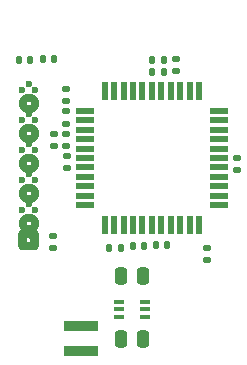
<source format=gbr>
%TF.GenerationSoftware,KiCad,Pcbnew,8.0.8-8.0.8-0~ubuntu22.04.1*%
%TF.CreationDate,2025-02-17T16:41:44+01:00*%
%TF.ProjectId,HB_Stamp_IO_ATMega1284P_FUEL4EP,48425f53-7461-46d7-905f-494f5f41544d,1.5*%
%TF.SameCoordinates,Original*%
%TF.FileFunction,Paste,Top*%
%TF.FilePolarity,Positive*%
%FSLAX46Y46*%
G04 Gerber Fmt 4.6, Leading zero omitted, Abs format (unit mm)*
G04 Created by KiCad (PCBNEW 8.0.8-8.0.8-0~ubuntu22.04.1) date 2025-02-17 16:41:44*
%MOMM*%
%LPD*%
G01*
G04 APERTURE LIST*
G04 Aperture macros list*
%AMRoundRect*
0 Rectangle with rounded corners*
0 $1 Rounding radius*
0 $2 $3 $4 $5 $6 $7 $8 $9 X,Y pos of 4 corners*
0 Add a 4 corners polygon primitive as box body*
4,1,4,$2,$3,$4,$5,$6,$7,$8,$9,$2,$3,0*
0 Add four circle primitives for the rounded corners*
1,1,$1+$1,$2,$3*
1,1,$1+$1,$4,$5*
1,1,$1+$1,$6,$7*
1,1,$1+$1,$8,$9*
0 Add four rect primitives between the rounded corners*
20,1,$1+$1,$2,$3,$4,$5,0*
20,1,$1+$1,$4,$5,$6,$7,0*
20,1,$1+$1,$6,$7,$8,$9,0*
20,1,$1+$1,$8,$9,$2,$3,0*%
%AMFreePoly0*
4,1,48,0.039158,0.847433,0.114805,0.827164,0.182628,0.788006,0.238006,0.732628,0.277164,0.664805,0.297433,0.589158,0.300000,0.550000,0.300000,-0.550000,0.297433,-0.589158,0.277164,-0.664805,0.238006,-0.732628,0.182628,-0.788006,0.114805,-0.827164,0.039158,-0.847433,0.000000,-0.850000,-1.100000,-0.850000,-1.139158,-0.847433,-1.214805,-0.827164,-1.282628,-0.788006,-1.338006,-0.732628,
-1.377164,-0.664805,-1.397433,-0.589158,-1.400000,-0.550000,-1.400000,0.000000,-0.705291,0.000000,-0.684486,-0.077646,-0.627646,-0.134486,-0.550000,-0.155291,-0.472354,-0.134486,-0.415514,-0.077646,-0.394709,0.000000,-0.415514,0.077645,-0.472354,0.134486,-0.550000,0.155291,-0.627645,0.134486,-0.684486,0.077645,-0.705291,0.000000,-1.400000,0.000000,-1.400000,0.550000,-1.397433,0.589158,
-1.377164,0.664805,-1.338006,0.732628,-1.282628,0.788006,-1.214805,0.827164,-1.139158,0.847433,-1.100000,0.850000,0.000000,0.850000,0.039158,0.847433,0.039158,0.847433,$1*%
%AMFreePoly1*
4,1,49,0.052363,0.295344,0.088849,0.295344,0.262664,0.258398,0.425000,0.186122,0.568761,0.081673,0.687664,-0.050383,0.776514,-0.204274,0.831425,-0.373275,0.850000,-0.550000,0.831425,-0.726725,0.776514,-0.895726,0.687664,-1.049617,0.568761,-1.181673,0.425000,-1.286122,0.262664,-1.358398,0.088849,-1.395344,-0.088849,-1.395344,-0.262664,-1.358398,-0.425000,-1.286122,-0.568761,-1.181673,
-0.687664,-1.049617,-0.776514,-0.895726,-0.831425,-0.726725,-0.850000,-0.550000,-0.155291,-0.550000,-0.134486,-0.627646,-0.077646,-0.684486,0.000000,-0.705291,0.077646,-0.684486,0.134486,-0.627646,0.155291,-0.550000,0.134486,-0.472355,0.077646,-0.415514,0.000000,-0.394709,-0.077645,-0.415514,-0.134486,-0.472355,-0.155291,-0.550000,-0.850000,-0.550000,-0.831425,-0.373275,-0.776514,-0.204274,
-0.687664,-0.050383,-0.568761,0.081673,-0.425000,0.186122,-0.262664,0.258398,-0.088849,0.295344,-0.052363,0.295344,-0.052094,0.295442,0.052094,0.295442,0.052363,0.295344,0.052363,0.295344,$1*%
G04 Aperture macros list end*
%ADD10RoundRect,0.147500X-0.172500X0.147500X-0.172500X-0.147500X0.172500X-0.147500X0.172500X0.147500X0*%
%ADD11RoundRect,0.140000X0.170000X-0.140000X0.170000X0.140000X-0.170000X0.140000X-0.170000X-0.140000X0*%
%ADD12RoundRect,0.135000X0.185000X-0.135000X0.185000X0.135000X-0.185000X0.135000X-0.185000X-0.135000X0*%
%ADD13RoundRect,0.140000X-0.140000X-0.170000X0.140000X-0.170000X0.140000X0.170000X-0.140000X0.170000X0*%
%ADD14RoundRect,0.135000X-0.135000X-0.185000X0.135000X-0.185000X0.135000X0.185000X-0.135000X0.185000X0*%
%ADD15RoundRect,0.250000X-0.250000X-0.475000X0.250000X-0.475000X0.250000X0.475000X-0.250000X0.475000X0*%
%ADD16RoundRect,0.140000X0.140000X0.170000X-0.140000X0.170000X-0.140000X-0.170000X0.140000X-0.170000X0*%
%ADD17R,3.000000X0.900000*%
%ADD18RoundRect,0.100000X0.350000X0.100000X-0.350000X0.100000X-0.350000X-0.100000X0.350000X-0.100000X0*%
%ADD19R,0.550000X1.500000*%
%ADD20R,1.500000X0.550000*%
%ADD21C,0.600000*%
%ADD22FreePoly0,180.000000*%
%ADD23FreePoly1,180.000000*%
%ADD24RoundRect,0.140000X-0.170000X0.140000X-0.170000X-0.140000X0.170000X-0.140000X0.170000X0.140000X0*%
%ADD25RoundRect,0.135000X-0.185000X0.135000X-0.185000X-0.135000X0.185000X-0.135000X0.185000X0.135000X0*%
%ADD26RoundRect,0.147500X0.147500X0.172500X-0.147500X0.172500X-0.147500X-0.172500X0.147500X-0.172500X0*%
G04 APERTURE END LIST*
D10*
%TO.C,D1*%
X4953000Y23980000D03*
X4953000Y23010000D03*
%TD*%
D11*
%TO.C,C1*%
X3810000Y10569000D03*
X3810000Y11529000D03*
%TD*%
D12*
%TO.C,R4*%
X4951000Y21080000D03*
X4951000Y22100000D03*
%TD*%
%TO.C,R1*%
X14224000Y25525000D03*
X14224000Y26545000D03*
%TD*%
D13*
%TO.C,C2*%
X12506000Y10829000D03*
X13466000Y10829000D03*
%TD*%
D11*
%TO.C,C4*%
X19429000Y17173000D03*
X19429000Y18133000D03*
%TD*%
D13*
%TO.C,C6*%
X12220000Y25400000D03*
X13180000Y25400000D03*
%TD*%
%TO.C,C8*%
X10601000Y10702000D03*
X11561000Y10702000D03*
%TD*%
D14*
%TO.C,R2*%
X8583200Y10515600D03*
X9603200Y10515600D03*
%TD*%
D15*
%TO.C,C5*%
X9575000Y2810000D03*
X11475000Y2810000D03*
%TD*%
D11*
%TO.C,C11*%
X4953000Y19205000D03*
X4953000Y20165000D03*
%TD*%
%TO.C,C12*%
X3937000Y19205000D03*
X3937000Y20165000D03*
%TD*%
D16*
%TO.C,C13*%
X3909000Y26543000D03*
X2949000Y26543000D03*
%TD*%
D17*
%TO.C,L1*%
X6207000Y1821000D03*
X6207000Y3921000D03*
%TD*%
D18*
%TO.C,U2*%
X11625000Y4700000D03*
X11625000Y5350000D03*
X11625000Y6000000D03*
X9425000Y6000000D03*
X9425000Y5350000D03*
X9425000Y4700000D03*
%TD*%
D15*
%TO.C,C9*%
X9575000Y8144000D03*
X11475000Y8144000D03*
%TD*%
D19*
%TO.C,U1*%
X16190000Y23861000D03*
X15390000Y23861000D03*
X14590000Y23861000D03*
X13790000Y23861000D03*
X12990000Y23861000D03*
X12190000Y23861000D03*
X11390000Y23861000D03*
X10590000Y23861000D03*
X9790000Y23861000D03*
X8990000Y23861000D03*
X8190000Y23861000D03*
D20*
X6490000Y22161000D03*
X6490000Y21361000D03*
X6490000Y20561000D03*
X6490000Y19761000D03*
X6490000Y18961000D03*
X6490000Y18161000D03*
X6490000Y17361000D03*
X6490000Y16561000D03*
X6490000Y15761000D03*
X6490000Y14961000D03*
X6490000Y14161000D03*
D19*
X8190000Y12461000D03*
X8990000Y12461000D03*
X9790000Y12461000D03*
X10590000Y12461000D03*
X11390000Y12461000D03*
X12190000Y12461000D03*
X12990000Y12461000D03*
X13790000Y12461000D03*
X14590000Y12461000D03*
X15390000Y12461000D03*
X16190000Y12461000D03*
D20*
X17890000Y14161000D03*
X17890000Y14961000D03*
X17890000Y15761000D03*
X17890000Y16561000D03*
X17890000Y17361000D03*
X17890000Y18161000D03*
X17890000Y18961000D03*
X17890000Y19761000D03*
X17890000Y20561000D03*
X17890000Y21361000D03*
X17890000Y22161000D03*
%TD*%
D16*
%TO.C,C3*%
X13180000Y26416000D03*
X12220000Y26416000D03*
%TD*%
D21*
%TO.C,J2*%
X2328000Y11176000D03*
X1778000Y10626000D03*
X1778000Y11726000D03*
D22*
X1228000Y11176000D03*
D21*
X2328000Y13716000D03*
D23*
X1778000Y13166000D03*
D21*
X1778000Y14266000D03*
X1228000Y13716000D03*
X2328000Y16256000D03*
D23*
X1778000Y15706000D03*
D21*
X1778000Y16806000D03*
X1228000Y16256000D03*
X2328000Y18796000D03*
D23*
X1778000Y18246000D03*
D21*
X1778000Y19346000D03*
X1228000Y18796000D03*
X2328000Y21336000D03*
D23*
X1778000Y20786000D03*
D21*
X1778000Y21886000D03*
X1228000Y21336000D03*
X2328000Y23876000D03*
D23*
X1778000Y23326000D03*
D21*
X1778000Y24426000D03*
X1228000Y23876000D03*
%TD*%
D24*
%TO.C,C7*%
X4985000Y18294000D03*
X4985000Y17334000D03*
%TD*%
D25*
%TO.C,R3*%
X16865600Y10568400D03*
X16865600Y9548400D03*
%TD*%
D26*
%TO.C,L2*%
X1882000Y26416000D03*
X912000Y26416000D03*
%TD*%
M02*

</source>
